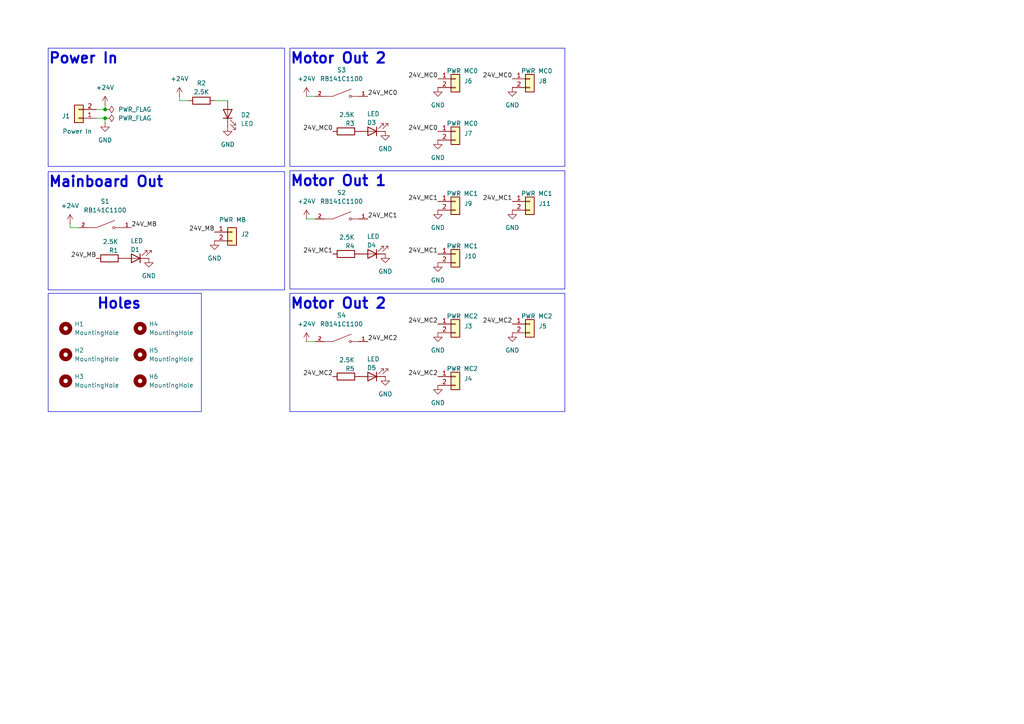
<source format=kicad_sch>
(kicad_sch (version 20231120) (generator "eeschema") (generator_version "8.0")
  (paper "A4")
  (lib_symbols
    (symbol "Connector_Generic:Conn_01x02" (pin_names (offset 1.016) hide)
      (property "Reference" "J" (at 0 2.54 0))
      (property "Value" "Conn_01x02" (at 0 -5.08 0))
      (symbol "Conn_01x02_1_1"
        (rectangle (start -1.27 -2.413) (end 0 -2.667) (stroke (width 0.1524)))
        (rectangle (start -1.27 0.127) (end 0 -0.127) (stroke (width 0.1524)))
        (rectangle (start -1.27 1.27) (end 1.27 -3.81) (stroke (width 0.254)) (fill (type background)))
        (pin passive line (at -5.08 0 0) (length 3.81) (name "Pin_1") (number "1"))
        (pin passive line (at -5.08 -2.54 0) (length 3.81) (name "Pin_2") (number "2"))
      )
    )
    (symbol "Device:LED" (pin_numbers hide) (pin_names (offset 1.016) hide)
      (property "Reference" "D" (at 0 2.54 0))
      (property "Value" "LED" (at 0 -2.54 0))
      (symbol "LED_0_1"
        (polyline (pts (xy -1.27 -1.27) (xy -1.27 1.27)) (stroke (width 0.254)))
        (polyline (pts (xy -1.27 0) (xy 1.27 0)))
        (polyline (pts (xy 1.27 -1.27) (xy 1.27 1.27) (xy -1.27 0) (xy 1.27 -1.27)) (stroke (width 0.254)))
        (polyline (pts (xy -3.048 -0.762) (xy -4.572 -2.286) (xy -3.81 -2.286) (xy -4.572 -2.286) (xy -4.572 -1.524)))
        (polyline (pts (xy -1.778 -0.762) (xy -3.302 -2.286) (xy -2.54 -2.286) (xy -3.302 -2.286) (xy -3.302 -1.524)))
      )
      (symbol "LED_1_1"
        (pin passive line (at -3.81 0 0) (length 2.54) (name "K") (number "1"))
        (pin passive line (at 3.81 0 180) (length 2.54) (name "A") (number "2"))
      )
    )
    (symbol "Device:R" (pin_numbers hide) (pin_names (offset 0))
      (property "Reference" "R" (at 2.032 0 90))
      (property "Value" "R" (at 0 0 90))
      (symbol "R_0_1"
        (rectangle (start -1.016 -2.54) (end 1.016 2.54) (stroke (width 0.254)))
      )
      (symbol "R_1_1"
        (pin passive line (at 0 3.81 270) (length 1.27) (name "~") (number "1"))
        (pin passive line (at 0 -3.81 90) (length 1.27) (name "~") (number "2"))
      )
    )
    (symbol "Mechanical:MountingHole" (pin_names (offset 1.016))
      (property "Reference" "H" (at 0 5.08 0))
      (property "Value" "MountingHole" (at 0 3.175 0))
      (symbol "MountingHole_0_1"
        (circle (center 0 0) (radius 1.27) (stroke (width 1.27)))
      )
    )
    (symbol "RB141C1100:RB141C1100" (pin_names (offset 1.016))
      (property "Reference" "S" (at -2.54 2.54 0))
      (property "Value" "RB141C1100" (at -2.54 -2.54 0))
      (symbol "RB141C1100_0_0"
        (polyline (pts (xy -2.54 0) (xy -5.08 0)) (stroke (width 0.1524)))
        (polyline (pts (xy -2.54 0) (xy 2.794 2.1336)) (stroke (width 0.1524)))
        (polyline (pts (xy 5.08 0) (xy 2.921 0)) (stroke (width 0.1524)))
        (circle (center 2.54 0) (radius 0.3302) (stroke (width 0.1524)))
        (pin passive line (at 7.62 0 180) (length 2.54) (name "~") (number "1"))
        (pin passive line (at -7.62 0 0) (length 2.54) (name "~") (number "2"))
      )
    )
    (symbol "power:+24V" (power) (pin_numbers hide) (pin_names (offset 0) hide)
      (property "Value" "+24V" (at 0 3.556 0))
      (symbol "+24V_0_1"
        (polyline (pts (xy -0.762 1.27) (xy 0 2.54)))
        (polyline (pts (xy 0 0) (xy 0 2.54)))
        (polyline (pts (xy 0 2.54) (xy 0.762 1.27)))
      )
      (symbol "+24V_1_1"
        (pin power_in line (at 0 0 90) (length 0) (name "~") (number "1"))
      )
    )
    (symbol "power:GND" (power) (pin_numbers hide) (pin_names (offset 0) hide)
      (property "Value" "GND" (at 0 -3.81 0))
      (symbol "GND_0_1"
        (polyline (pts (xy 0 0) (xy 0 -1.27) (xy 1.27 -1.27) (xy 0 -2.54) (xy -1.27 -1.27) (xy 0 -1.27)))
      )
      (symbol "GND_1_1"
        (pin power_in line (at 0 0 270) (length 0) (name "~") (number "1"))
      )
    )
    (symbol "power:PWR_FLAG" (power) (pin_numbers hide) (pin_names (offset 0) hide)
      (property "Value" "PWR_FLAG" (at 0 3.81 0))
      (symbol "PWR_FLAG_0_0"
        (pin power_out line (at 0 0 90) (length 0) (name "~") (number "1"))
      )
      (symbol "PWR_FLAG_0_1"
        (polyline (pts (xy 0 0) (xy 0 1.27) (xy -1.016 1.905) (xy 0 2.54) (xy 1.016 1.905) (xy 0 1.27)))
      )
    )
  )
  (junction (at 30.48 31.75))
  (junction (at 30.48 34.29))
  (wire (pts (xy 88.9 63.5) (xy 91.44 63.5)))
  (wire (pts (xy 52.07 27.94) (xy 52.07 29.21)))
  (wire (pts (xy 30.48 34.29) (xy 30.48 35.56)))
  (wire (pts (xy 62.23 29.21) (xy 66.04 29.21)))
  (wire (pts (xy 27.94 34.29) (xy 30.48 34.29)))
  (wire (pts (xy 30.48 31.75) (xy 30.48 30.48)))
  (wire (pts (xy 88.9 99.06) (xy 91.44 99.06)))
  (wire (pts (xy 20.32 64.77) (xy 20.32 66.04)))
  (wire (pts (xy 52.07 29.21) (xy 54.61 29.21)))
  (wire (pts (xy 27.94 31.75) (xy 30.48 31.75)))
  (wire (pts (xy 20.32 66.04) (xy 22.86 66.04)))
  (wire (pts (xy 88.9 27.94) (xy 91.44 27.94)))
  (rectangle (start 84.074 49.53) (end 163.83 83.82))
  (rectangle (start 13.97 85.09) (end 58.42 119.38))
  (rectangle (start 13.97 49.784) (end 82.55 84.074))
  (rectangle (start 84.074 85.09) (end 163.83 119.38))
  (rectangle (start 84.074 13.97) (end 163.83 48.26))
  (rectangle (start 13.97 13.97) (end 82.55 48.26))
  (text "Power In\n\n" (at 13.97 23.622 0) (effects (font (size 3 3) (thickness 0.6) (bold yes)) (justify left bottom)))
  (text "Motor Out 2" (at 84.074 18.796 0) (effects (font (size 3 3) (thickness 0.6) (bold yes)) (justify left bottom)))
  (text "Holes" (at 27.94 89.916 0) (effects (font (size 3 3) (thickness 0.6) (bold yes)) (justify left bottom)))
  (text "Motor Out 1" (at 84.074 54.356 0) (effects (font (size 3 3) (thickness 0.6) (bold yes)) (justify left bottom)))
  (text "Mainboard Out" (at 13.97 54.61 0) (effects (font (size 3 3) (thickness 0.6) (bold yes)) (justify left bottom)))
  (text "Motor Out 2" (at 84.074 89.916 0) (effects (font (size 3 3) (thickness 0.6) (bold yes)) (justify left bottom)))
  (label "24V_MB" (at 62.23 67.31 180))
  (label "24V_MC2" (at 148.59 93.98 180))
  (label "24V_MC0" (at 106.68 27.94 0))
  (label "24V_MC0" (at 127 22.86 180))
  (label "24V_MC2" (at 127 109.22 180))
  (label "24V_MC2" (at 127 93.98 180))
  (label "24V_MC1" (at 127 58.42 180))
  (label "24V_MB" (at 38.1 66.04 0))
  (label "24V_MC0" (at 127 38.1 180))
  (label "24V_MC0" (at 148.59 22.86 180))
  (label "24V_MC2" (at 96.52 109.22 180))
  (label "24V_MC1" (at 96.52 73.66 180))
  (label "24V_MC1" (at 106.68 63.5 0))
  (label "24V_MC1" (at 148.59 58.42 180))
  (label "24V_MC1" (at 127 73.66 180))
  (label "24V_MC0" (at 96.52 38.1 180))
  (label "24V_MC2" (at 106.68 99.06 0))
  (label "24V_MB" (at 27.94 74.93 180))
  (symbol (lib_id "power:+24V") (at 30.48 30.48 0) (unit 1)
    (property "Reference" "#PWR01" (effects (hide yes)))
    (property "Value" "+24V" (at 30.48 25.4 0))
    (property "Description" "Power symbol creates a global label with name \"+24V\"" (effects (hide yes)))
  )
  (symbol (lib_id "Mechanical:MountingHole") (at 40.64 102.87 0) (unit 1)
    (property "Reference" "H5" (at 43.18 101.6 0) (effects (justify left)))
    (property "Value" "MountingHole" (at 43.18 104.14 0) (effects (justify left)))
    (property "Footprint" "MountingHole:MountingHole_3.2mm_M3" (effects (hide yes)))
  )
  (symbol (lib_id "power:+24V") (at 88.9 99.06 0) (unit 1)
    (property "Reference" "#PWR05" (effects (hide yes)))
    (property "Value" "+24V" (at 88.9 93.98 0))
    (property "Description" "Power symbol creates a global label with name \"+24V\"" (effects (hide yes)))
  )
  (symbol (lib_id "Device:LED") (at 107.95 38.1 180) (unit 1)
    (property "Reference" "D3" (at 106.426 35.56 0) (effects (justify right)))
    (property "Value" "LED" (at 106.426 33.02 0) (effects (justify right)))
    (property "Footprint" "LED_SMD:LED_0805_2012Metric" (effects (hide yes)))
    (property "Description" "Light emitting diode" (effects (hide yes)))
  )
  (symbol (lib_id "power:+24V") (at 88.9 27.94 0) (unit 1)
    (property "Reference" "#PWR03" (effects (hide yes)))
    (property "Value" "+24V" (at 88.9 22.86 0))
    (property "Description" "Power symbol creates a global label with name \"+24V\"" (effects (hide yes)))
  )
  (symbol (lib_id "power:+24V") (at 88.9 63.5 0) (unit 1)
    (property "Reference" "#PWR04" (effects (hide yes)))
    (property "Value" "+24V" (at 88.9 58.42 0))
    (property "Description" "Power symbol creates a global label with name \"+24V\"" (effects (hide yes)))
  )
  (symbol (lib_id "power:PWR_FLAG") (at 30.48 31.75 270) (unit 1)
    (property "Reference" "#FLG01" (effects (hide yes)))
    (property "Value" "PWR_FLAG" (at 34.29 31.7499 90) (effects (justify left)))
    (property "Description" "Special symbol for telling ERC where power comes from" (effects (hide yes)))
  )
  (symbol (lib_id "Mechanical:MountingHole") (at 40.64 110.49 0) (unit 1)
    (property "Reference" "H6" (at 43.18 109.22 0) (effects (justify left)))
    (property "Value" "MountingHole" (at 43.18 111.76 0) (effects (justify left)))
    (property "Footprint" "MountingHole:MountingHole_3.2mm_M3" (effects (hide yes)))
  )
  (symbol (lib_id "power:GND") (at 148.59 96.52 0) (unit 1)
    (property "Reference" "#PWR017" (effects (hide yes)))
    (property "Value" "GND" (at 148.59 101.6 0))
    (property "Description" "Power symbol creates a global label with name \"GND\" , ground" (effects (hide yes)))
  )
  (symbol (lib_id "Connector_Generic:Conn_01x02") (at 67.31 67.31 0) (unit 1)
    (property "Reference" "J2" (at 69.85 67.945 0) (effects (justify left)))
    (property "Value" "PWR MB" (at 63.5 63.754 0) (effects (justify left)))
    (property "Footprint" "Connector_AMASS:AMASS_XT60-M_1x02_P7.20mm_Vertical" (effects (hide yes)))
  )
  (symbol (lib_id "Mechanical:MountingHole") (at 40.64 95.25 0) (unit 1)
    (property "Reference" "H4" (at 43.18 93.98 0) (effects (justify left)))
    (property "Value" "MountingHole" (at 43.18 96.52 0) (effects (justify left)))
    (property "Footprint" "MountingHole:MountingHole_3.2mm_M3" (effects (hide yes)))
  )
  (symbol (lib_id "power:GND") (at 111.76 109.22 0) (unit 1)
    (property "Reference" "#PWR019" (effects (hide yes)))
    (property "Value" "GND" (at 111.76 114.3 0))
    (property "Description" "Power symbol creates a global label with name \"GND\" , ground" (effects (hide yes)))
  )
  (symbol (lib_id "power:GND") (at 62.23 69.85 0) (unit 1)
    (property "Reference" "#PWR07" (effects (hide yes)))
    (property "Value" "GND" (at 62.23 74.93 0))
    (property "Description" "Power symbol creates a global label with name \"GND\" , ground" (effects (hide yes)))
  )
  (symbol (lib_id "power:GND") (at 43.18 74.93 0) (unit 1)
    (property "Reference" "#PWR06" (effects (hide yes)))
    (property "Value" "GND" (at 43.18 80.01 0))
    (property "Description" "Power symbol creates a global label with name \"GND\" , ground" (effects (hide yes)))
  )
  (symbol (lib_id "Device:R") (at 58.42 29.21 90) (unit 1)
    (property "Reference" "R2" (at 58.42 24.13 90))
    (property "Value" "2.5K" (at 58.42 26.67 90))
    (property "Footprint" "Resistor_SMD:R_0805_2012Metric" (effects (hide yes)))
    (property "Description" "Resistor" (effects (hide yes)))
  )
  (symbol (lib_id "Device:LED") (at 107.95 109.22 180) (unit 1)
    (property "Reference" "D5" (at 106.426 106.68 0) (effects (justify right)))
    (property "Value" "LED" (at 106.426 104.14 0) (effects (justify right)))
    (property "Footprint" "LED_SMD:LED_0805_2012Metric" (effects (hide yes)))
    (property "Description" "Light emitting diode" (effects (hide yes)))
  )
  (symbol (lib_id "Mechanical:MountingHole") (at 19.05 110.49 0) (unit 1)
    (property "Reference" "H3" (at 21.59 109.22 0) (effects (justify left)))
    (property "Value" "MountingHole" (at 21.59 111.76 0) (effects (justify left)))
    (property "Footprint" "MountingHole:MountingHole_3.2mm_M3" (effects (hide yes)))
  )
  (symbol (lib_id "Connector_Generic:Conn_01x02") (at 132.08 38.1 0) (unit 1)
    (property "Reference" "J7" (at 134.62 38.735 0) (effects (justify left)))
    (property "Value" "PWR MC0" (at 129.54 35.814 0) (effects (justify left)))
    (property "Footprint" "Connector_AMASS:AMASS_XT30U-M_1x02_P5.0mm_Vertical" (effects (hide yes)))
  )
  (symbol (lib_id "Connector_Generic:Conn_01x02") (at 22.86 34.29 180) (unit 1)
    (property "Reference" "J1" (at 20.32 33.655 0) (effects (justify left)))
    (property "Value" "Power In" (at 26.67 38.1 0) (effects (justify left)))
    (property "Footprint" "Connector_AMASS:AMASS_XT60-M_1x02_P7.20mm_Vertical" (effects (hide yes)))
  )
  (symbol (lib_id "power:GND") (at 30.48 35.56 0) (unit 1)
    (property "Reference" "#PWR09" (effects (hide yes)))
    (property "Value" "GND" (at 30.48 40.64 0))
    (property "Description" "Power symbol creates a global label with name \"GND\" , ground" (effects (hide yes)))
  )
  (symbol (lib_id "power:PWR_FLAG") (at 30.48 34.29 270) (unit 1)
    (property "Reference" "#FLG02" (effects (hide yes)))
    (property "Value" "PWR_FLAG" (at 34.29 34.2899 90) (effects (justify left)))
    (property "Description" "Special symbol for telling ERC where power comes from" (effects (hide yes)))
  )
  (symbol (lib_id "power:GND") (at 127 76.2 0) (unit 1)
    (property "Reference" "#PWR015" (effects (hide yes)))
    (property "Value" "GND" (at 127 81.28 0))
    (property "Description" "Power symbol creates a global label with name \"GND\" , ground" (effects (hide yes)))
  )
  (symbol (lib_id "power:GND") (at 127 25.4 0) (unit 1)
    (property "Reference" "#PWR011" (effects (hide yes)))
    (property "Value" "GND" (at 127 30.48 0))
    (property "Description" "Power symbol creates a global label with name \"GND\" , ground" (effects (hide yes)))
  )
  (symbol (lib_id "Device:R") (at 100.33 109.22 90) (unit 1)
    (property "Reference" "R5" (at 102.87 106.934 90) (effects (justify left)))
    (property "Value" "2.5K" (at 102.87 104.394 90) (effects (justify left)))
    (property "Footprint" "Resistor_SMD:R_0805_2012Metric" (effects (hide yes)))
    (property "Description" "Resistor" (effects (hide yes)))
  )
  (symbol (lib_id "power:+24V") (at 52.07 27.94 0) (unit 1)
    (property "Reference" "#PWR021" (effects (hide yes)))
    (property "Value" "+24V" (at 52.07 22.86 0))
    (property "Description" "Power symbol creates a global label with name \"+24V\"" (effects (hide yes)))
  )
  (symbol (lib_id "Mechanical:MountingHole") (at 19.05 102.87 0) (unit 1)
    (property "Reference" "H2" (at 21.59 101.6 0) (effects (justify left)))
    (property "Value" "MountingHole" (at 21.59 104.14 0) (effects (justify left)))
    (property "Footprint" "MountingHole:MountingHole_3.2mm_M3" (effects (hide yes)))
  )
  (symbol (lib_id "power:GND") (at 127 96.52 0) (unit 1)
    (property "Reference" "#PWR018" (effects (hide yes)))
    (property "Value" "GND" (at 127 101.6 0))
    (property "Description" "Power symbol creates a global label with name \"GND\" , ground" (effects (hide yes)))
  )
  (symbol (lib_id "Device:LED") (at 39.37 74.93 180) (unit 1)
    (property "Reference" "D1" (at 37.846 72.39 0) (effects (justify right)))
    (property "Value" "LED" (at 37.846 69.85 0) (effects (justify right)))
    (property "Footprint" "LED_SMD:LED_0805_2012Metric" (effects (hide yes)))
    (property "Description" "Light emitting diode" (effects (hide yes)))
  )
  (symbol (lib_id "power:GND") (at 127 111.76 0) (unit 1)
    (property "Reference" "#PWR020" (effects (hide yes)))
    (property "Value" "GND" (at 127 116.84 0))
    (property "Description" "Power symbol creates a global label with name \"GND\" , ground" (effects (hide yes)))
  )
  (symbol (lib_id "Connector_Generic:Conn_01x02") (at 132.08 73.66 0) (unit 1)
    (property "Reference" "J10" (at 134.62 74.295 0) (effects (justify left)))
    (property "Value" "PWR MC1" (at 129.54 71.374 0) (effects (justify left)))
    (property "Footprint" "Connector_AMASS:AMASS_XT30U-M_1x02_P5.0mm_Vertical" (effects (hide yes)))
  )
  (symbol (lib_id "Connector_Generic:Conn_01x02") (at 153.67 22.86 0) (unit 1)
    (property "Reference" "J8" (at 156.21 23.495 0) (effects (justify left)))
    (property "Value" "PWR MC0" (at 151.13 20.574 0) (effects (justify left)))
    (property "Footprint" "Connector_AMASS:AMASS_XT30U-M_1x02_P5.0mm_Vertical" (effects (hide yes)))
  )
  (symbol (lib_id "Connector_Generic:Conn_01x02") (at 132.08 58.42 0) (unit 1)
    (property "Reference" "J9" (at 134.62 59.055 0) (effects (justify left)))
    (property "Value" "PWR MC1" (at 129.54 56.134 0) (effects (justify left)))
    (property "Footprint" "Connector_AMASS:AMASS_XT30U-M_1x02_P5.0mm_Vertical" (effects (hide yes)))
  )
  (symbol (lib_id "RB141C1100:RB141C1100") (at 99.06 27.94 0) (unit 1)
    (property "Reference" "S3" (at 99.06 20.32 0))
    (property "Value" "RB141C1100" (at 99.06 22.86 0))
    (property "Footprint" "SW_RB141C1100:SW_RB141C1100" (effects (hide yes)))
    (property "MF" "E-Switch" (effects (hide yes)))
    (property "MAXIMUM_PACKAGE_HEIGHT" "25.9mm" (effects (hide yes)))
    (property "Package" "None" (effects (hide yes)))
    (property "Price" "None" (effects (hide yes)))
    (property "Check_prices" "https://www.snapeda.com/parts/RB141C1100/E-Switch/view-part/?ref=eda" (effects (hide yes)))
    (property "STANDARD" "Manufacturer Recommendations" (effects (hide yes)))
    (property "PARTREV" "C" (effects (hide yes)))
    (property "SnapEDA_Link" "https://www.snapeda.com/parts/RB141C1100/E-Switch/view-part/?ref=snap" (effects (hide yes)))
    (property "MP" "RB141C1100" (effects (hide yes)))
    (property "Description_1" "\nRocker Switch, RB1 Series, SPST, ON-OFF, Non-Illum, Black, 15A, 125VAC, QC | E-Switch RB141C1100\n" (effects (hide yes)))
    (property "Availability" "In Stock" (effects (hide yes)))
    (property "MANUFACTURER" "E-SWITCH" (effects (hide yes)))
  )
  (symbol (lib_id "RB141C1100:RB141C1100") (at 99.06 63.5 0) (unit 1)
    (property "Reference" "S2" (at 99.06 55.88 0))
    (property "Value" "RB141C1100" (at 99.06 58.42 0))
    (property "Footprint" "SW_RB141C1100:SW_RB141C1100" (effects (hide yes)))
    (property "MF" "E-Switch" (effects (hide yes)))
    (property "MAXIMUM_PACKAGE_HEIGHT" "25.9mm" (effects (hide yes)))
    (property "Package" "None" (effects (hide yes)))
    (property "Price" "None" (effects (hide yes)))
    (property "Check_prices" "https://www.snapeda.com/parts/RB141C1100/E-Switch/view-part/?ref=eda" (effects (hide yes)))
    (property "STANDARD" "Manufacturer Recommendations" (effects (hide yes)))
    (property "PARTREV" "C" (effects (hide yes)))
    (property "SnapEDA_Link" "https://www.snapeda.com/parts/RB141C1100/E-Switch/view-part/?ref=snap" (effects (hide yes)))
    (property "MP" "RB141C1100" (effects (hide yes)))
    (property "Description_1" "\nRocker Switch, RB1 Series, SPST, ON-OFF, Non-Illum, Black, 15A, 125VAC, QC | E-Switch RB141C1100\n" (effects (hide yes)))
    (property "Availability" "In Stock" (effects (hide yes)))
    (property "MANUFACTURER" "E-SWITCH" (effects (hide yes)))
  )
  (symbol (lib_id "Device:R") (at 100.33 73.66 90) (unit 1)
    (property "Reference" "R4" (at 102.87 71.374 90) (effects (justify left)))
    (property "Value" "2.5K" (at 102.87 68.834 90) (effects (justify left)))
    (property "Footprint" "Resistor_SMD:R_0805_2012Metric" (effects (hide yes)))
    (property "Description" "Resistor" (effects (hide yes)))
  )
  (symbol (lib_id "Device:R") (at 31.75 74.93 90) (unit 1)
    (property "Reference" "R1" (at 34.29 72.644 90) (effects (justify left)))
    (property "Value" "2.5K" (at 34.29 70.104 90) (effects (justify left)))
    (property "Footprint" "Resistor_SMD:R_0805_2012Metric" (effects (hide yes)))
    (property "Description" "Resistor" (effects (hide yes)))
  )
  (symbol (lib_id "Mechanical:MountingHole") (at 19.05 95.25 0) (unit 1)
    (property "Reference" "H1" (at 21.59 93.98 0) (effects (justify left)))
    (property "Value" "MountingHole" (at 21.59 96.52 0) (effects (justify left)))
    (property "Footprint" "MountingHole:MountingHole_3.2mm_M3" (effects (hide yes)))
  )
  (symbol (lib_id "power:GND") (at 127 60.96 0) (unit 1)
    (property "Reference" "#PWR014" (effects (hide yes)))
    (property "Value" "GND" (at 127 66.04 0))
    (property "Description" "Power symbol creates a global label with name \"GND\" , ground" (effects (hide yes)))
  )
  (symbol (lib_id "power:+24V") (at 20.32 64.77 0) (unit 1)
    (property "Reference" "#PWR02" (effects (hide yes)))
    (property "Value" "+24V" (at 20.32 59.69 0))
    (property "Description" "Power symbol creates a global label with name \"+24V\"" (effects (hide yes)))
  )
  (symbol (lib_id "power:GND") (at 148.59 60.96 0) (unit 1)
    (property "Reference" "#PWR016" (effects (hide yes)))
    (property "Value" "GND" (at 148.59 66.04 0))
    (property "Description" "Power symbol creates a global label with name \"GND\" , ground" (effects (hide yes)))
  )
  (symbol (lib_id "power:GND") (at 66.04 36.83 0) (unit 1)
    (property "Reference" "#PWR08" (effects (hide yes)))
    (property "Value" "GND" (at 66.04 41.91 0))
    (property "Description" "Power symbol creates a global label with name \"GND\" , ground" (effects (hide yes)))
  )
  (symbol (lib_id "Connector_Generic:Conn_01x02") (at 153.67 93.98 0) (unit 1)
    (property "Reference" "J5" (at 156.21 94.615 0) (effects (justify left)))
    (property "Value" "PWR MC2" (at 151.13 91.694 0) (effects (justify left)))
    (property "Footprint" "Connector_AMASS:AMASS_XT30U-M_1x02_P5.0mm_Vertical" (effects (hide yes)))
  )
  (symbol (lib_id "power:GND") (at 127 40.64 0) (unit 1)
    (property "Reference" "#PWR010" (effects (hide yes)))
    (property "Value" "GND" (at 127 45.72 0))
    (property "Description" "Power symbol creates a global label with name \"GND\" , ground" (effects (hide yes)))
  )
  (symbol (lib_id "power:GND") (at 148.59 25.4 0) (unit 1)
    (property "Reference" "#PWR012" (effects (hide yes)))
    (property "Value" "GND" (at 148.59 30.48 0))
    (property "Description" "Power symbol creates a global label with name \"GND\" , ground" (effects (hide yes)))
  )
  (symbol (lib_id "Connector_Generic:Conn_01x02") (at 132.08 93.98 0) (unit 1)
    (property "Reference" "J3" (at 134.62 94.615 0) (effects (justify left)))
    (property "Value" "PWR MC2" (at 129.54 91.694 0) (effects (justify left)))
    (property "Footprint" "Connector_AMASS:AMASS_XT30U-M_1x02_P5.0mm_Vertical" (effects (hide yes)))
  )
  (symbol (lib_id "RB141C1100:RB141C1100") (at 30.48 66.04 0) (unit 1)
    (property "Reference" "S1" (at 30.48 58.42 0))
    (property "Value" "RB141C1100" (at 30.48 60.96 0))
    (property "Footprint" "SW_RB141C1100:SW_RB141C1100" (effects (hide yes)))
    (property "MF" "E-Switch" (effects (hide yes)))
    (property "MAXIMUM_PACKAGE_HEIGHT" "25.9mm" (effects (hide yes)))
    (property "Package" "None" (effects (hide yes)))
    (property "Price" "None" (effects (hide yes)))
    (property "Check_prices" "https://www.snapeda.com/parts/RB141C1100/E-Switch/view-part/?ref=eda" (effects (hide yes)))
    (property "STANDARD" "Manufacturer Recommendations" (effects (hide yes)))
    (property "PARTREV" "C" (effects (hide yes)))
    (property "SnapEDA_Link" "https://www.snapeda.com/parts/RB141C1100/E-Switch/view-part/?ref=snap" (effects (hide yes)))
    (property "MP" "RB141C1100" (effects (hide yes)))
    (property "Description_1" "\nRocker Switch, RB1 Series, SPST, ON-OFF, Non-Illum, Black, 15A, 125VAC, QC | E-Switch RB141C1100\n" (effects (hide yes)))
    (property "Availability" "In Stock" (effects (hide yes)))
    (property "MANUFACTURER" "E-SWITCH" (effects (hide yes)))
  )
  (symbol (lib_id "power:GND") (at 111.76 73.66 0) (unit 1)
    (property "Reference" "#PWR022" (effects (hide yes)))
    (property "Value" "GND" (at 111.76 78.74 0))
    (property "Description" "Power symbol creates a global label with name \"GND\" , ground" (effects (hide yes)))
  )
  (symbol (lib_id "Connector_Generic:Conn_01x02") (at 132.08 109.22 0) (unit 1)
    (property "Reference" "J4" (at 134.62 109.855 0) (effects (justify left)))
    (property "Value" "PWR MC2" (at 129.54 106.934 0) (effects (justify left)))
    (property "Footprint" "Connector_AMASS:AMASS_XT30U-M_1x02_P5.0mm_Vertical" (effects (hide yes)))
  )
  (symbol (lib_id "power:GND") (at 111.76 38.1 0) (unit 1)
    (property "Reference" "#PWR013" (effects (hide yes)))
    (property "Value" "GND" (at 111.76 43.18 0))
    (property "Description" "Power symbol creates a global label with name \"GND\" , ground" (effects (hide yes)))
  )
  (symbol (lib_id "Device:R") (at 100.33 38.1 90) (unit 1)
    (property "Reference" "R3" (at 102.87 35.814 90) (effects (justify left)))
    (property "Value" "2.5K" (at 102.87 33.274 90) (effects (justify left)))
    (property "Footprint" "Resistor_SMD:R_0805_2012Metric" (effects (hide yes)))
    (property "Description" "Resistor" (effects (hide yes)))
  )
  (symbol (lib_id "Connector_Generic:Conn_01x02") (at 153.67 58.42 0) (unit 1)
    (property "Reference" "J11" (at 156.21 59.055 0) (effects (justify left)))
    (property "Value" "PWR MC1" (at 151.13 56.134 0) (effects (justify left)))
    (property "Footprint" "Connector_AMASS:AMASS_XT30U-M_1x02_P5.0mm_Vertical" (effects (hide yes)))
  )
  (symbol (lib_id "Device:LED") (at 107.95 73.66 180) (unit 1)
    (property "Reference" "D4" (at 106.426 71.12 0) (effects (justify right)))
    (property "Value" "LED" (at 106.426 68.58 0) (effects (justify right)))
    (property "Footprint" "LED_SMD:LED_0805_2012Metric" (effects (hide yes)))
    (property "Description" "Light emitting diode" (effects (hide yes)))
  )
  (symbol (lib_id "RB141C1100:RB141C1100") (at 99.06 99.06 0) (unit 1)
    (property "Reference" "S4" (at 99.06 91.44 0))
    (property "Value" "RB141C1100" (at 99.06 93.98 0))
    (property "Footprint" "SW_RB141C1100:SW_RB141C1100" (effects (hide yes)))
    (property "MF" "E-Switch" (effects (hide yes)))
    (property "MAXIMUM_PACKAGE_HEIGHT" "25.9mm" (effects (hide yes)))
    (property "Package" "None" (effects (hide yes)))
    (property "Price" "None" (effects (hide yes)))
    (property "Check_prices" "https://www.snapeda.com/parts/RB141C1100/E-Switch/view-part/?ref=eda" (effects (hide yes)))
    (property "STANDARD" "Manufacturer Recommendations" (effects (hide yes)))
    (property "PARTREV" "C" (effects (hide yes)))
    (property "SnapEDA_Link" "https://www.snapeda.com/parts/RB141C1100/E-Switch/view-part/?ref=snap" (effects (hide yes)))
    (property "MP" "RB141C1100" (effects (hide yes)))
    (property "Description_1" "\nRocker Switch, RB1 Series, SPST, ON-OFF, Non-Illum, Black, 15A, 125VAC, QC | E-Switch RB141C1100\n" (effects (hide yes)))
    (property "Availability" "In Stock" (effects (hide yes)))
    (property "MANUFACTURER" "E-SWITCH" (effects (hide yes)))
  )
  (symbol (lib_id "Connector_Generic:Conn_01x02") (at 132.08 22.86 0) (unit 1)
    (property "Reference" "J6" (at 134.62 23.495 0) (effects (justify left)))
    (property "Value" "PWR MC0" (at 129.54 20.574 0) (effects (justify left)))
    (property "Footprint" "Connector_AMASS:AMASS_XT30U-M_1x02_P5.0mm_Vertical" (effects (hide yes)))
  )
  (symbol (lib_id "Device:LED") (at 66.04 33.02 90) (unit 1)
    (property "Reference" "D2" (at 69.85 33.3374 90) (effects (justify right)))
    (property "Value" "LED" (at 69.85 35.8774 90) (effects (justify right)))
    (property "Footprint" "LED_SMD:LED_0805_2012Metric" (effects (hide yes)))
    (property "Description" "Light emitting diode" (effects (hide yes)))
  )
)
</source>
